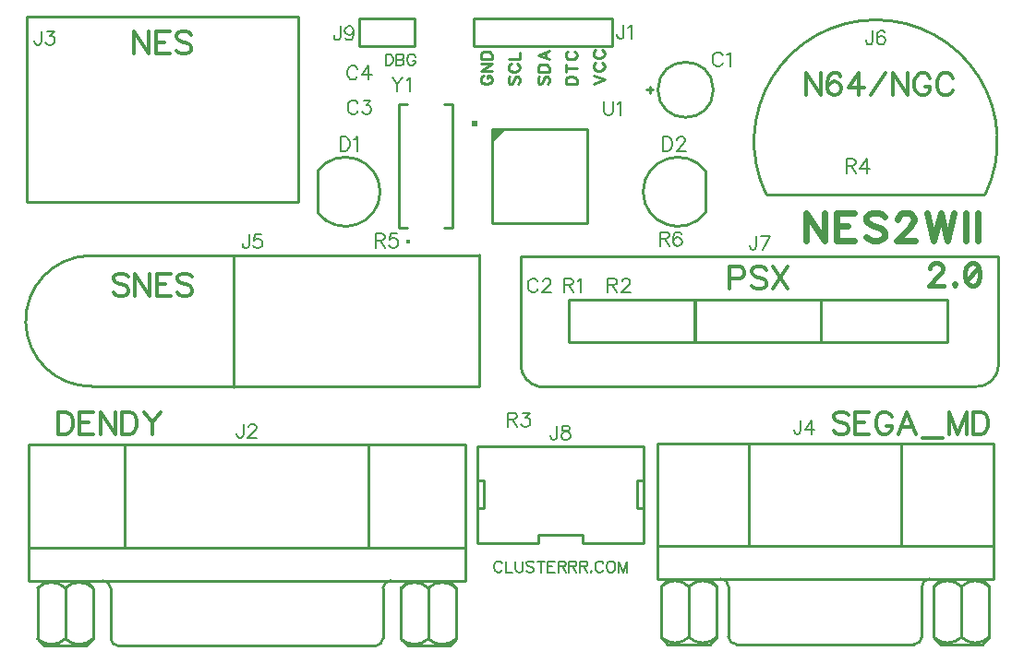
<source format=gbr>
G04 DipTrace 3.1.0.0*
G04 TopSilk.gbr*
%MOIN*%
G04 #@! TF.FileFunction,Legend,Top*
G04 #@! TF.Part,Single*
%ADD10C,0.009843*%
%ADD31C,0.023646*%
%ADD34C,0.015491*%
%ADD82C,0.00772*%
%ADD83C,0.012351*%
%ADD84C,0.008749*%
%ADD85C,0.006176*%
%ADD86C,0.021872*%
%ADD87C,0.017498*%
%FSLAX26Y26*%
G04*
G70*
G90*
G75*
G01*
G04 TopSilk*
%LPD*%
X2654405Y2175580D2*
D10*
Y2199220D1*
X2642586Y2187400D2*
X2666199D1*
X2684351D2*
G02X2684351Y2187400I99965J0D01*
G01*
X1456207Y1743763D2*
Y1893639D1*
X1456432Y1743463D2*
G03X1456432Y1893939I99796J75238D01*
G01*
X2856194Y1893639D2*
Y1743763D1*
X2855969Y1893939D2*
G03X2855969Y1743463I-99796J-75238D01*
G01*
X2018679Y2443702D2*
X2518723D1*
Y2343701D1*
X2018679D1*
Y2443702D1*
X1855377Y202706D2*
G02X1756164Y202706I-49606J50105D01*
G01*
X1956164D2*
G02X1855377Y202706I-50394J52051D01*
G01*
Y386287D2*
G02X1956164Y386287I50394J-52051D01*
G01*
X1756164D2*
G02X1855377Y386287I49606J-50105D01*
G01*
X545140Y202706D2*
G02X444353Y202706I-50394J52051D01*
G01*
X644353D2*
G02X545140Y202706I-49606J50105D01*
G01*
Y386287D2*
G02X644353Y386287I49606J-50105D01*
G01*
X444353D2*
G02X545140Y386287I50394J-52051D01*
G01*
X735692Y177209D2*
G02X708920Y204891I358J27132D01*
G01*
X1691597D2*
G02X1664825Y177209I-27129J-550D01*
G01*
X680573Y413241D2*
G02X708920Y385558I-1548J-29939D01*
G01*
X1691597D2*
G02X1719944Y413241I29894J-2256D01*
G01*
X1756164Y386287D2*
X1781361Y411056D1*
X1756164Y386287D2*
Y202706D1*
Y201977D2*
X1781361Y177209D1*
X1930967D1*
X1956164Y201977D1*
Y252244D2*
Y244230D1*
Y386287D2*
Y202706D1*
X1930967Y411056D2*
X1956164Y386287D1*
X1855377D2*
Y202706D1*
X444353Y386287D2*
X469550Y411056D1*
X444353Y386287D2*
Y202706D1*
Y201977D2*
X469550Y177209D1*
X619156D1*
X644353Y201977D1*
Y252244D2*
Y244230D1*
Y386287D2*
Y202706D1*
X619156Y411056D2*
X644353Y386287D1*
X545140D2*
Y202706D1*
X1987660Y905705D2*
Y413241D1*
X412857Y905705D2*
Y413241D1*
X1691597Y385558D2*
Y204891D1*
X708920Y385558D2*
Y204891D1*
X735692Y177209D2*
X1664825D1*
X412857Y905705D2*
X1987660D1*
X1639629D2*
Y531258D1*
X412857Y413241D2*
X1987660D1*
X760888Y905705D2*
Y531258D1*
X412857D2*
X1987660D1*
X405512Y2451772D2*
X1385827D1*
Y1782480D1*
X405512D1*
Y2451772D1*
X3664106Y419023D2*
G03X3637429Y391493I-622J-26088D01*
G01*
X3609539Y182842D2*
G03X3637429Y210373I-204J28099D01*
G01*
X2938972Y391493D2*
G03X2912295Y419023I-26055J1442D01*
G01*
X2938972Y210373D2*
G03X2966862Y182842I28094J569D01*
G01*
X3780516Y208199D2*
G03X3879949Y208199I49717J50781D01*
G01*
X3679870D2*
G03X3780516Y208199I50323J52267D01*
G01*
Y391493D2*
G03X3679870Y391493I-50323J-49753D01*
G01*
X3879949D2*
G03X3780516Y391493I-49717J-48318D01*
G01*
X2795886Y208199D2*
G03X2896531Y208199I50323J52267D01*
G01*
X2696453D2*
G03X2795886Y208199I49717J50781D01*
G01*
Y391493D2*
G03X2696453Y391493I-49717J-48318D01*
G01*
X2896531D2*
G03X2795886Y391493I-50323J-49753D01*
G01*
X2681902Y537114D2*
X3894500D1*
X2681902Y419023D2*
Y907324D1*
X3894500Y419023D2*
Y907324D1*
X2966862Y182842D2*
X3609539D1*
X2681902Y907324D2*
X3894500D1*
X3012941Y537114D2*
Y907324D1*
X2681902Y419023D2*
X3894500D1*
X3563461Y537114D2*
Y907324D1*
X3637429Y210373D2*
Y391493D1*
X2938972Y210373D2*
Y391493D1*
X3855697Y416850D2*
X3879949Y391493D1*
Y208199D2*
Y391493D1*
X3855697Y182842D2*
X3879949Y208199D1*
X3705335Y182842D2*
X3855697D1*
X3679870Y208199D2*
X3705335Y182842D1*
X3679870Y250219D2*
Y258188D1*
Y208199D2*
Y391493D1*
X3705335Y416850D1*
X3780516Y208199D2*
Y391493D1*
X2871067Y416850D2*
X2896531Y391493D1*
Y208199D2*
Y391493D1*
X2871067Y182842D2*
X2896531Y208199D1*
X2720705Y182842D2*
X2871067D1*
X2696453Y208199D2*
X2720705Y182842D1*
X2696453Y250219D2*
Y258188D1*
Y208199D2*
Y391493D1*
X2720705Y416850D1*
X2795886Y208199D2*
Y391493D1*
X1154074Y1587794D2*
Y1111417D1*
X630544Y1587794D2*
G03X642334Y1115356I7860J-236170D01*
G01*
X630544Y1587794D2*
X2039671D1*
Y1591732D2*
Y1119294D1*
X638404Y1115356D2*
X2039671D1*
X3074971Y1810043D2*
X3862414D1*
X3074971D2*
G02X3866368Y1810043I395698J190755D01*
G01*
X2189059Y1192390D2*
G03X2255139Y1114438I82017J2543D01*
G01*
X3271873Y1428889D2*
X3728740D1*
Y1275582D1*
X3271873D1*
Y1428889D1*
X2815180D2*
X3271873D1*
Y1275582D1*
X2815180D1*
Y1428889D1*
X2362282D2*
X2819148D1*
Y1275582D1*
X2362282D1*
Y1428889D1*
X2189059Y1586209D2*
Y1193004D1*
Y1586209D2*
X3913867D1*
Y1193004D1*
X2256002Y1114344D2*
X3831224D1*
X3914385Y1192626D2*
G02X3831224Y1114155I-79650J1110D01*
G01*
X2057216Y674850D2*
X2032436D1*
X2057216Y774950D2*
Y674850D1*
Y774950D2*
X2032436D1*
X2632436Y674850D2*
X2607656D1*
Y774950D2*
Y674850D1*
X2632436Y774950D2*
X2607656D1*
X2032436Y899900D2*
Y549900D1*
X2632436Y899900D2*
Y549900D1*
Y899900D2*
X2032436D1*
X2252456Y580000D2*
Y549900D1*
X2412416Y580000D2*
X2252456D1*
X2412416D2*
Y549900D1*
X2252456D2*
X2032436D1*
X2632436D2*
X2412416D1*
X1606321Y2443916D2*
X1806345D1*
Y2343911D1*
X1606321D1*
Y2443916D1*
X2086199Y2046136D2*
X2428672D1*
Y1703664D1*
X2086199D1*
Y2046136D1*
D31*
X2021213Y2063884D3*
G36*
X2086979Y2044577D2*
X2124344Y2043798D1*
X2086979Y2044577D1*
G37*
G36*
X2092072Y2048111D2*
X2139311D1*
X2084225Y1993025D1*
X2092072Y2048111D1*
G37*
D34*
X1783425Y1638886D3*
X1777995Y1687991D2*
D10*
X1748479D1*
X1941392Y2136810D2*
X1911877D1*
X1941392Y1687991D2*
Y2136810D1*
Y1687991D2*
X1911877D1*
X1777995Y2136810D2*
X1748479D1*
Y1687991D2*
Y2136810D1*
X2917652Y2311185D2*
D82*
X2915275Y2315938D1*
X2910467Y2320747D1*
X2905713Y2323123D1*
X2896152D1*
X2891343Y2320747D1*
X2886590Y2315938D1*
X2884158Y2311185D1*
X2881782Y2304000D1*
Y2292007D1*
X2884158Y2284877D1*
X2886590Y2280068D1*
X2891343Y2275315D1*
X2896152Y2272883D1*
X2905713D1*
X2910467Y2275315D1*
X2915275Y2280068D1*
X2917652Y2284877D1*
X2933091Y2313506D2*
X2937899Y2315938D1*
X2945084Y2323068D1*
Y2272883D1*
X2250904Y1493714D2*
X2248528Y1498467D1*
X2243719Y1503276D1*
X2238966Y1505652D1*
X2229405D1*
X2224596Y1503276D1*
X2219843Y1498467D1*
X2217411Y1493714D1*
X2215034Y1486529D1*
Y1474535D1*
X2217411Y1467406D1*
X2219843Y1462597D1*
X2224596Y1457844D1*
X2229405Y1455412D1*
X2238966D1*
X2243719Y1457844D1*
X2248528Y1462597D1*
X2250904Y1467406D1*
X2268775Y1493659D2*
Y1496035D1*
X2271152Y1500844D1*
X2273529Y1503220D1*
X2278337Y1505597D1*
X2287899D1*
X2292652Y1503220D1*
X2295029Y1500844D1*
X2297460Y1496035D1*
Y1491282D1*
X2295029Y1486474D1*
X2290275Y1479344D1*
X2266344Y1455412D1*
X2299837D1*
X1600904Y2137465D2*
X1598528Y2142218D1*
X1593719Y2147026D1*
X1588966Y2149403D1*
X1579405D1*
X1574596Y2147026D1*
X1569843Y2142218D1*
X1567411Y2137465D1*
X1565034Y2130280D1*
Y2118286D1*
X1567411Y2111156D1*
X1569843Y2106348D1*
X1574596Y2101595D1*
X1579405Y2099163D1*
X1588966D1*
X1593719Y2101595D1*
X1598528Y2106348D1*
X1600904Y2111156D1*
X1621152Y2149348D2*
X1647405D1*
X1633090Y2130224D1*
X1640275D1*
X1645029Y2127848D1*
X1647405Y2125471D1*
X1649837Y2118286D1*
Y2113533D1*
X1647405Y2106348D1*
X1642652Y2101539D1*
X1635467Y2099163D1*
X1628282D1*
X1621152Y2101539D1*
X1618775Y2103971D1*
X1616344Y2108724D1*
X1599716Y2262465D2*
X1597339Y2267218D1*
X1592531Y2272026D1*
X1587778Y2274403D1*
X1578216D1*
X1573408Y2272026D1*
X1568655Y2267218D1*
X1566223Y2262465D1*
X1563846Y2255280D1*
Y2243286D1*
X1566223Y2236156D1*
X1568655Y2231348D1*
X1573408Y2226595D1*
X1578216Y2224163D1*
X1587778D1*
X1592531Y2226595D1*
X1597339Y2231348D1*
X1599716Y2236156D1*
X1639087Y2224163D2*
Y2274348D1*
X1615155Y2240910D1*
X1651025D1*
X1538244Y2016903D2*
Y1966663D1*
X1554991D1*
X1562176Y1969095D1*
X1566984Y1973848D1*
X1569361Y1978657D1*
X1571738Y1985787D1*
Y1997780D1*
X1569361Y2004965D1*
X1566984Y2009718D1*
X1562176Y2014527D1*
X1554991Y2016903D1*
X1538244D1*
X1587177Y2007286D2*
X1591985Y2009718D1*
X1599170Y2016848D1*
Y1966663D1*
X2702481Y2016903D2*
Y1966663D1*
X2719228D1*
X2726413Y1969095D1*
X2731221Y1973848D1*
X2733598Y1978657D1*
X2735975Y1985787D1*
Y1997780D1*
X2733598Y2004965D1*
X2731221Y2009718D1*
X2726413Y2014527D1*
X2719228Y2016903D1*
X2702481D1*
X2753846Y2004910D2*
Y2007286D1*
X2756222Y2012095D1*
X2758599Y2014471D1*
X2763407Y2016848D1*
X2772969D1*
X2777722Y2014471D1*
X2780099Y2012095D1*
X2782531Y2007286D1*
Y2002533D1*
X2780099Y1997725D1*
X2775346Y1990595D1*
X2751414Y1966663D1*
X2784907D1*
X2560686Y2421840D2*
Y2383593D1*
X2558310Y2376408D1*
X2555878Y2374032D1*
X2551125Y2371600D1*
X2546316D1*
X2541563Y2374032D1*
X2539187Y2376408D1*
X2536755Y2383593D1*
Y2388347D1*
X2576126Y2412223D2*
X2580934Y2414655D1*
X2588119Y2421785D1*
Y2371600D1*
X1187758Y978928D2*
Y940681D1*
X1185382Y933496D1*
X1182950Y931120D1*
X1178196Y928688D1*
X1173388D1*
X1168635Y931120D1*
X1166258Y933496D1*
X1163826Y940681D1*
Y945434D1*
X1205629Y966934D2*
Y969311D1*
X1208006Y974119D1*
X1210382Y976496D1*
X1215191Y978872D1*
X1224752D1*
X1229506Y976496D1*
X1231882Y974119D1*
X1234314Y969311D1*
Y964558D1*
X1231882Y959749D1*
X1227129Y952619D1*
X1203197Y928688D1*
X1236691D1*
X458169Y2399995D2*
Y2361748D1*
X455792Y2354563D1*
X453360Y2352187D1*
X448607Y2349755D1*
X443799D1*
X439046Y2352187D1*
X436669Y2354563D1*
X434237Y2361748D1*
Y2366501D1*
X478417Y2399939D2*
X504670D1*
X490355Y2380816D1*
X497540D1*
X502293Y2378440D1*
X504670Y2376063D1*
X507101Y2368878D1*
Y2364125D1*
X504670Y2356940D1*
X499916Y2352131D1*
X492731Y2349755D1*
X485546D1*
X478417Y2352131D1*
X476040Y2354563D1*
X473608Y2359316D1*
X3199512Y993047D2*
Y954800D1*
X3197135Y947615D1*
X3194704Y945239D1*
X3189950Y942807D1*
X3185142D1*
X3180389Y945239D1*
X3178012Y947615D1*
X3175580Y954800D1*
Y959554D1*
X3238883Y942807D2*
Y992992D1*
X3214951Y959554D1*
X3250821D1*
X1208387Y1664955D2*
Y1626709D1*
X1206010Y1619524D1*
X1203578Y1617147D1*
X1198825Y1614715D1*
X1194017D1*
X1189263Y1617147D1*
X1186887Y1619524D1*
X1184455Y1626709D1*
Y1631462D1*
X1252511Y1664900D2*
X1228634D1*
X1226258Y1643400D1*
X1228634Y1645777D1*
X1235819Y1648209D1*
X1242949D1*
X1250134Y1645777D1*
X1254943Y1641024D1*
X1257319Y1633839D1*
Y1629085D1*
X1254943Y1621900D1*
X1250134Y1617092D1*
X1242949Y1614715D1*
X1235819D1*
X1228634Y1617092D1*
X1226258Y1619524D1*
X1223826Y1624277D1*
X3459385Y2400798D2*
Y2362552D1*
X3457008Y2355366D1*
X3454576Y2352990D1*
X3449823Y2350558D1*
X3445015D1*
X3440262Y2352990D1*
X3437885Y2355366D1*
X3435453Y2362552D1*
Y2367305D1*
X3503509Y2393613D2*
X3501132Y2398366D1*
X3493947Y2400743D1*
X3489194D1*
X3482009Y2398366D1*
X3477201Y2391181D1*
X3474824Y2379243D1*
Y2367305D1*
X3477201Y2357743D1*
X3482009Y2352935D1*
X3489194Y2350558D1*
X3491571D1*
X3498700Y2352935D1*
X3503509Y2357743D1*
X3505886Y2364928D1*
Y2367305D1*
X3503509Y2374490D1*
X3498700Y2379243D1*
X3491571Y2381620D1*
X3489194D1*
X3482009Y2379243D1*
X3477201Y2374490D1*
X3474824Y2367305D1*
X3039225Y1659432D2*
Y1621185D1*
X3036849Y1614000D1*
X3034417Y1611624D1*
X3029664Y1609192D1*
X3024855D1*
X3020102Y1611624D1*
X3017725Y1614000D1*
X3015294Y1621185D1*
Y1625938D1*
X3064226Y1609192D2*
X3088158Y1659376D1*
X3054665D1*
X2319963Y973123D2*
Y934877D1*
X2317586Y927692D1*
X2315154Y925315D1*
X2310401Y922883D1*
X2305593D1*
X2300840Y925315D1*
X2298463Y927692D1*
X2296031Y934877D1*
Y939630D1*
X2347340Y973068D2*
X2340211Y970691D1*
X2337779Y965938D1*
Y961130D1*
X2340211Y956377D1*
X2344964Y953945D1*
X2354525Y951568D1*
X2361710Y949192D1*
X2366464Y944383D1*
X2368840Y939630D1*
Y932445D1*
X2366464Y927692D1*
X2364087Y925260D1*
X2356902Y922883D1*
X2347340D1*
X2340211Y925260D1*
X2337779Y927692D1*
X2335402Y932445D1*
Y939630D1*
X2337779Y944383D1*
X2342587Y949192D1*
X2349717Y951568D1*
X2359279Y953945D1*
X2364087Y956377D1*
X2366464Y961130D1*
Y965938D1*
X2364087Y970691D1*
X2356902Y973068D1*
X2347340D1*
X1538755Y2417118D2*
Y2378872D1*
X1536378Y2371687D1*
X1533946Y2369310D1*
X1529193Y2366878D1*
X1524385D1*
X1519632Y2369310D1*
X1517255Y2371687D1*
X1514823Y2378872D1*
Y2383625D1*
X1585311Y2400371D2*
X1582879Y2393186D1*
X1578126Y2388378D1*
X1570941Y2386001D1*
X1568564D1*
X1561379Y2388378D1*
X1556626Y2393186D1*
X1554194Y2400371D1*
Y2402748D1*
X1556626Y2409933D1*
X1561379Y2414686D1*
X1568564Y2417063D1*
X1570941D1*
X1578126Y2414686D1*
X1582879Y2409933D1*
X1585311Y2400371D1*
Y2388378D1*
X1582879Y2376440D1*
X1578126Y2369255D1*
X1570941Y2366878D1*
X1566188D1*
X1559002Y2369255D1*
X1556626Y2374063D1*
X2345721Y1481721D2*
X2367221D1*
X2374406Y1484152D1*
X2376837Y1486529D1*
X2379214Y1491282D1*
Y1496091D1*
X2376837Y1500844D1*
X2374406Y1503276D1*
X2367221Y1505652D1*
X2345721D1*
Y1455412D1*
X2362467Y1481721D2*
X2379214Y1455412D1*
X2394653Y1496035D2*
X2399462Y1498467D1*
X2406647Y1505597D1*
Y1455412D1*
X2503723Y1481721D2*
X2525223D1*
X2532408Y1484152D1*
X2534839Y1486529D1*
X2537216Y1491282D1*
Y1496091D1*
X2534839Y1500844D1*
X2532408Y1503276D1*
X2525223Y1505652D1*
X2503723D1*
Y1455412D1*
X2520469Y1481721D2*
X2537216Y1455412D1*
X2555087Y1493659D2*
Y1496035D1*
X2557464Y1500844D1*
X2559840Y1503220D1*
X2564649Y1505597D1*
X2574210D1*
X2578964Y1503220D1*
X2581340Y1500844D1*
X2583772Y1496035D1*
Y1491282D1*
X2581340Y1486474D1*
X2576587Y1479344D1*
X2552655Y1455412D1*
X2586149D1*
X2141223Y995441D2*
X2162723D1*
X2169908Y997873D1*
X2172339Y1000249D1*
X2174716Y1005003D1*
Y1009811D1*
X2172339Y1014564D1*
X2169908Y1016996D1*
X2162723Y1019373D1*
X2141223D1*
Y969133D1*
X2157969Y995441D2*
X2174716Y969133D1*
X2194964Y1019317D2*
X2221217D1*
X2206902Y1000194D1*
X2214087D1*
X2218840Y997818D1*
X2221217Y995441D1*
X2223649Y988256D1*
Y983503D1*
X2221217Y976318D1*
X2216464Y971509D1*
X2209279Y969133D1*
X2202094D1*
X2194964Y971509D1*
X2192587Y973941D1*
X2190155Y978694D1*
X3365034Y1912971D2*
X3386534D1*
X3393719Y1915403D1*
X3396151Y1917780D1*
X3398528Y1922533D1*
Y1927341D1*
X3396151Y1932094D1*
X3393719Y1934526D1*
X3386534Y1936903D1*
X3365034D1*
Y1886663D1*
X3381781Y1912971D2*
X3398528Y1886663D1*
X3437899D2*
Y1936848D1*
X3413967Y1903410D1*
X3449837D1*
X1664299Y1642992D2*
X1685799D1*
X1692984Y1645424D1*
X1695416Y1647801D1*
X1697792Y1652554D1*
Y1657362D1*
X1695416Y1662115D1*
X1692984Y1664547D1*
X1685799Y1666924D1*
X1664299D1*
Y1616684D1*
X1681046Y1642992D2*
X1697792Y1616684D1*
X1741916Y1666869D2*
X1718040D1*
X1715663Y1645369D1*
X1718040Y1647745D1*
X1725225Y1650177D1*
X1732355D1*
X1739540Y1647745D1*
X1744348Y1642992D1*
X1746725Y1635807D1*
Y1631054D1*
X1744348Y1623869D1*
X1739540Y1619060D1*
X1732355Y1616684D1*
X1725225D1*
X1718040Y1619060D1*
X1715663Y1621492D1*
X1713231Y1626245D1*
X2691159Y1649192D2*
X2712659D1*
X2719844Y1651623D1*
X2722276Y1654000D1*
X2724652Y1658753D1*
Y1663562D1*
X2722276Y1668315D1*
X2719844Y1670747D1*
X2712659Y1673123D1*
X2691159D1*
Y1622883D1*
X2707906Y1649192D2*
X2724652Y1622883D1*
X2768777Y1665938D2*
X2766400Y1670691D1*
X2759215Y1673068D1*
X2754462D1*
X2747277Y1670691D1*
X2742468Y1663506D1*
X2740092Y1651568D1*
Y1639630D1*
X2742468Y1630068D1*
X2747277Y1625260D1*
X2754462Y1622883D1*
X2756838D1*
X2763968Y1625260D1*
X2768777Y1630068D1*
X2771153Y1637253D1*
Y1639630D1*
X2768777Y1646815D1*
X2763968Y1651568D1*
X2756838Y1653945D1*
X2754462D1*
X2747277Y1651568D1*
X2742468Y1646815D1*
X2740092Y1639630D1*
X2489473Y2145466D2*
Y2109596D1*
X2491849Y2102411D1*
X2496658Y2097658D1*
X2503843Y2095226D1*
X2508596D1*
X2515781Y2097658D1*
X2520589Y2102411D1*
X2522966Y2109596D1*
Y2145466D1*
X2538405Y2135849D2*
X2543214Y2138281D1*
X2550399Y2145411D1*
Y2095226D1*
X1724596Y2230899D2*
X1743719Y2206967D1*
Y2180659D1*
X1762843Y2230899D2*
X1743719Y2206967D1*
X1778282Y2221282D2*
X1783090Y2223714D1*
X1790275Y2230844D1*
Y2180659D1*
X847290Y2397743D2*
D83*
Y2317359D1*
X793701Y2397743D1*
Y2317359D1*
X921691Y2397743D2*
X871993D1*
Y2317359D1*
X921691D1*
X871993Y2359452D2*
X902590D1*
X999983Y2386247D2*
X992378Y2393940D1*
X980882Y2397743D1*
X965584D1*
X954087Y2393940D1*
X946394Y2386247D1*
Y2378642D1*
X950285Y2370948D1*
X954087Y2367146D1*
X961693Y2363343D1*
X984685Y2355649D1*
X992378Y2351847D1*
X996181Y2347956D1*
X999983Y2340351D1*
Y2328855D1*
X992378Y2321250D1*
X980882Y2317359D1*
X965584D1*
X954087Y2321250D1*
X946394Y2328855D1*
X3272290Y2247743D2*
Y2167359D1*
X3218701Y2247743D1*
Y2167359D1*
X3342889Y2236247D2*
X3339086Y2243852D1*
X3327590Y2247654D1*
X3319985D1*
X3308489Y2243852D1*
X3300795Y2232356D1*
X3296993Y2213255D1*
Y2194153D1*
X3300795Y2178855D1*
X3308489Y2171161D1*
X3319985Y2167359D1*
X3323787D1*
X3335195Y2171161D1*
X3342889Y2178855D1*
X3346691Y2190351D1*
Y2194153D1*
X3342889Y2205649D1*
X3335195Y2213255D1*
X3323787Y2217057D1*
X3319985D1*
X3308489Y2213255D1*
X3300795Y2205649D1*
X3296993Y2194153D1*
X3409685Y2167359D2*
Y2247654D1*
X3371394Y2194153D1*
X3428786D1*
X3453489Y2167359D2*
X3507078Y2247654D1*
X3585370Y2247743D2*
Y2167359D1*
X3531781Y2247743D1*
Y2167359D1*
X3667465Y2228642D2*
X3663662Y2236247D1*
X3655969Y2243940D1*
X3648364Y2247743D1*
X3633065D1*
X3625371Y2243940D1*
X3617766Y2236247D1*
X3613875Y2228642D1*
X3610073Y2217146D1*
Y2197956D1*
X3613875Y2186548D1*
X3617766Y2178855D1*
X3625371Y2171250D1*
X3633065Y2167359D1*
X3648364D1*
X3655969Y2171250D1*
X3663662Y2178855D1*
X3667465Y2186548D1*
Y2197956D1*
X3648364D1*
X3749559Y2228642D2*
X3745757Y2236247D1*
X3738063Y2243940D1*
X3730458Y2247743D1*
X3715160D1*
X3707466Y2243940D1*
X3699861Y2236247D1*
X3695970Y2228642D1*
X3692168Y2217146D1*
Y2197956D1*
X3695970Y2186548D1*
X3699861Y2178855D1*
X3707466Y2171250D1*
X3715160Y2167359D1*
X3730458D1*
X3738063Y2171250D1*
X3745757Y2178855D1*
X3749559Y2186548D1*
X772290Y1511247D2*
X764685Y1518940D1*
X753189Y1522743D1*
X737890D1*
X726394Y1518940D1*
X718701Y1511247D1*
Y1503642D1*
X722592Y1495948D1*
X726394Y1492146D1*
X733999Y1488343D1*
X756991Y1480649D1*
X764685Y1476847D1*
X768487Y1472956D1*
X772290Y1465351D1*
Y1453855D1*
X764685Y1446250D1*
X753189Y1442359D1*
X737890D1*
X726394Y1446250D1*
X718701Y1453855D1*
X850582Y1522743D2*
Y1442359D1*
X796993Y1522743D1*
Y1442359D1*
X924983Y1522743D2*
X875285D1*
Y1442359D1*
X924983D1*
X875285Y1484452D2*
X905882D1*
X1003275Y1511247D2*
X995670Y1518940D1*
X984174Y1522743D1*
X968876D1*
X957380Y1518940D1*
X949686Y1511247D1*
Y1503642D1*
X953577Y1495948D1*
X957380Y1492146D1*
X964985Y1488343D1*
X987977Y1480649D1*
X995670Y1476847D1*
X999473Y1472956D1*
X1003275Y1465351D1*
Y1453855D1*
X995670Y1446250D1*
X984174Y1442359D1*
X968876D1*
X957380Y1446250D1*
X949686Y1453855D1*
X2943701Y1505649D2*
X2978189D1*
X2989596Y1509452D1*
X2993487Y1513343D1*
X2997290Y1520948D1*
Y1532444D1*
X2993487Y1540049D1*
X2989596Y1543940D1*
X2978189Y1547743D1*
X2943701D1*
Y1467359D1*
X3075582Y1536247D2*
X3067977Y1543940D1*
X3056481Y1547743D1*
X3041182D1*
X3029686Y1543940D1*
X3021993Y1536247D1*
Y1528642D1*
X3025884Y1520948D1*
X3029686Y1517146D1*
X3037291Y1513343D1*
X3060284Y1505649D1*
X3067977Y1501847D1*
X3071780Y1497956D1*
X3075582Y1490351D1*
Y1478855D1*
X3067977Y1471250D1*
X3056481Y1467359D1*
X3041182D1*
X3029686Y1471250D1*
X3021993Y1478855D1*
X3100285Y1547743D2*
X3153874Y1467359D1*
Y1547743D2*
X3100285Y1467359D1*
X3372290Y1011247D2*
X3364685Y1018940D1*
X3353189Y1022743D1*
X3337890D1*
X3326394Y1018940D1*
X3318701Y1011247D1*
Y1003642D1*
X3322592Y995948D1*
X3326394Y992146D1*
X3333999Y988343D1*
X3356991Y980649D1*
X3364685Y976847D1*
X3368487Y972956D1*
X3372290Y965351D1*
Y953855D1*
X3364685Y946250D1*
X3353189Y942359D1*
X3337890D1*
X3326394Y946250D1*
X3318701Y953855D1*
X3446691Y1022743D2*
X3396993D1*
Y942359D1*
X3446691D1*
X3396993Y984452D2*
X3427590D1*
X3528786Y1003642D2*
X3524983Y1011247D1*
X3517290Y1018940D1*
X3509685Y1022743D1*
X3494386D1*
X3486693Y1018940D1*
X3479087Y1011247D1*
X3475196Y1003642D1*
X3471394Y992146D1*
Y972956D1*
X3475196Y961548D1*
X3479087Y953855D1*
X3486693Y946250D1*
X3494386Y942359D1*
X3509685D1*
X3517290Y946250D1*
X3524983Y953855D1*
X3528786Y961548D1*
Y972956D1*
X3509685D1*
X3614771Y942359D2*
X3584086Y1022743D1*
X3553489Y942359D1*
X3564985Y969153D2*
X3603275D1*
X3639474Y929094D2*
X3712165D1*
X3798062Y942359D2*
Y1022743D1*
X3767465Y942359D1*
X3736868Y1022743D1*
Y942359D1*
X3822765Y1022743D2*
Y942359D1*
X3849559D1*
X3861055Y946250D1*
X3868749Y953855D1*
X3872552Y961548D1*
X3876354Y972956D1*
Y992146D1*
X3872552Y1003642D1*
X3868749Y1011247D1*
X3861055Y1018940D1*
X3849559Y1022743D1*
X3822765D1*
X518701D2*
Y942359D1*
X545495D1*
X556991Y946250D1*
X564685Y953855D1*
X568487Y961548D1*
X572290Y972956D1*
Y992146D1*
X568487Y1003642D1*
X564685Y1011247D1*
X556991Y1018940D1*
X545495Y1022743D1*
X518701D1*
X646691D2*
X596993D1*
Y942359D1*
X646691D1*
X596993Y984452D2*
X627590D1*
X724983Y1022743D2*
Y942359D1*
X671394Y1022743D1*
Y942359D1*
X749686Y1022743D2*
Y942359D1*
X776481D1*
X787977Y946250D1*
X795670Y953855D1*
X799473Y961548D1*
X803275Y972956D1*
Y992146D1*
X799473Y1003642D1*
X795670Y1011247D1*
X787977Y1018940D1*
X776481Y1022743D1*
X749686D1*
X827978D2*
X858575Y984452D1*
Y942359D1*
X889173Y1022743D2*
X858575Y984452D1*
X2054286Y2237204D2*
D84*
X2050484Y2235303D1*
X2046637Y2231456D1*
X2044735Y2227654D1*
Y2220005D1*
X2046637Y2216158D1*
X2050483Y2212355D1*
X2054286Y2210410D1*
X2060034Y2208508D1*
X2069629D1*
X2075333Y2210410D1*
X2079179Y2212355D1*
X2082982Y2216158D1*
X2084928Y2220004D1*
Y2227654D1*
X2082982Y2231456D1*
X2079179Y2235303D1*
X2075333Y2237204D1*
X2069629D1*
Y2227654D1*
X2044736Y2281497D2*
X2084927D1*
X2044736Y2254702D1*
X2084927D1*
X2044736Y2298995D2*
X2084927D1*
Y2312392D1*
X2082982Y2318140D1*
X2079179Y2321987D1*
X2075333Y2323888D1*
X2069629Y2325789D1*
X2060034D1*
X2054286Y2323888D1*
X2050484Y2321987D1*
X2046637Y2318140D1*
X2044736Y2312392D1*
Y2298995D1*
X2150478Y2235303D2*
X2146632Y2231501D1*
X2144730Y2225753D1*
Y2218103D1*
X2146631Y2212355D1*
X2150478Y2208508D1*
X2154281D1*
X2158128Y2210454D1*
X2160029Y2212355D1*
X2161930Y2216158D1*
X2165777Y2227654D1*
X2167678Y2231501D1*
X2169624Y2233402D1*
X2173426Y2235303D1*
X2179174D1*
X2182977Y2231500D1*
X2184922Y2225752D1*
Y2218103D1*
X2182977Y2212355D1*
X2179174Y2208508D1*
X2154281Y2281497D2*
X2150478Y2279596D1*
X2146632Y2275749D1*
X2144730Y2271946D1*
Y2264297D1*
X2146632Y2260450D1*
X2150478Y2256648D1*
X2154281Y2254702D1*
X2160029Y2252801D1*
X2169624D1*
X2175327Y2254702D1*
X2179174Y2256648D1*
X2182977Y2260450D1*
X2184922Y2264297D1*
Y2271946D1*
X2182977Y2275749D1*
X2179174Y2279595D1*
X2175327Y2281497D1*
X2144730Y2298995D2*
X2184922D1*
Y2321942D1*
X2256724Y2235303D2*
X2252877Y2231501D1*
X2250976Y2225753D1*
Y2218103D1*
X2252877Y2212355D1*
X2256724Y2208508D1*
X2260526D1*
X2264373Y2210454D1*
X2266274Y2212355D1*
X2268176Y2216158D1*
X2272022Y2227654D1*
X2273924Y2231501D1*
X2275869Y2233402D1*
X2279672Y2235303D1*
X2285420D1*
X2289222Y2231500D1*
X2291168Y2225752D1*
Y2218103D1*
X2289222Y2212355D1*
X2285420Y2208508D1*
X2250976Y2252801D2*
X2291168D1*
Y2266198D1*
X2289222Y2271946D1*
X2285420Y2275793D1*
X2281573Y2277694D1*
X2275869Y2279595D1*
X2266274D1*
X2260526Y2277694D1*
X2256724Y2275793D1*
X2252877Y2271946D1*
X2250976Y2266198D1*
Y2252801D1*
X2291168Y2327735D2*
X2250976Y2312392D1*
X2291168Y2297093D1*
X2277770Y2302841D2*
Y2321987D1*
X2350970Y2208508D2*
X2391162D1*
Y2221906D1*
X2389217Y2227654D1*
X2385414Y2231500D1*
X2381568Y2233402D1*
X2375864Y2235303D1*
X2366269D1*
X2360521Y2233402D1*
X2356718Y2231501D1*
X2352872Y2227654D1*
X2350970Y2221906D1*
Y2208508D1*
Y2266198D2*
X2391162D1*
X2350970Y2252801D2*
Y2279596D1*
X2360521Y2325789D2*
X2356718Y2323888D1*
X2352872Y2320041D1*
X2350970Y2316239D1*
Y2308589D1*
X2352872Y2304743D1*
X2356718Y2300940D1*
X2360521Y2298995D1*
X2366269Y2297093D1*
X2375864D1*
X2381568Y2298995D1*
X2385414Y2300940D1*
X2389217Y2304743D1*
X2391162Y2308589D1*
Y2316239D1*
X2389217Y2320041D1*
X2385414Y2323888D1*
X2381568Y2325789D1*
X2450965Y2208508D2*
X2491157Y2223807D1*
X2450965Y2239106D1*
X2460516Y2285299D2*
X2456713Y2283398D1*
X2452866Y2279551D1*
X2450965Y2275749D1*
Y2268099D1*
X2452866Y2264253D1*
X2456713Y2260450D1*
X2460516Y2258505D1*
X2466264Y2256603D1*
X2475859D1*
X2481562Y2258505D1*
X2485409Y2260450D1*
X2489212Y2264253D1*
X2491157Y2268099D1*
Y2275749D1*
X2489212Y2279551D1*
X2485409Y2283398D1*
X2481562Y2285299D1*
X2460516Y2331493D2*
X2456713Y2329592D1*
X2452866Y2325745D1*
X2450965Y2321942D1*
Y2314293D1*
X2452866Y2310446D1*
X2456713Y2306644D1*
X2460516Y2304698D1*
X2466264Y2302797D1*
X2475859D1*
X2481562Y2304698D1*
X2485409Y2306644D1*
X2489212Y2310446D1*
X2491157Y2314293D1*
Y2321942D1*
X2489212Y2325745D1*
X2485409Y2329592D1*
X2481562Y2331493D1*
X2122397Y473671D2*
D85*
X2120495Y477474D1*
X2116649Y481320D1*
X2112846Y483222D1*
X2105197D1*
X2101350Y481320D1*
X2097547Y477474D1*
X2095602Y473671D1*
X2093701Y467923D1*
Y458328D1*
X2095602Y452625D1*
X2097547Y448778D1*
X2101350Y444975D1*
X2105197Y443030D1*
X2112846D1*
X2116649Y444975D1*
X2120495Y448778D1*
X2122397Y452625D1*
X2134748Y483222D2*
Y443030D1*
X2157696D1*
X2170047Y483222D2*
Y454526D1*
X2171949Y448778D1*
X2175795Y444975D1*
X2181543Y443030D1*
X2185346D1*
X2191094Y444975D1*
X2194941Y448778D1*
X2196842Y454526D1*
Y483222D1*
X2235988Y477474D2*
X2232186Y481320D1*
X2226438Y483222D1*
X2218788D1*
X2213040Y481320D1*
X2209193Y477474D1*
Y473671D1*
X2211139Y469824D1*
X2213040Y467923D1*
X2216843Y466022D1*
X2228339Y462175D1*
X2232186Y460274D1*
X2234087Y458328D1*
X2235988Y454526D1*
Y448778D1*
X2232186Y444975D1*
X2226438Y443030D1*
X2218788D1*
X2213040Y444975D1*
X2209193Y448778D1*
X2261737Y483222D2*
Y443030D1*
X2248339Y483222D2*
X2275134D1*
X2312335D2*
X2287486D1*
Y443030D1*
X2312335D1*
X2287486Y464076D2*
X2302784D1*
X2324686D2*
X2341886D1*
X2347634Y466022D1*
X2349580Y467923D1*
X2351481Y471726D1*
Y475572D1*
X2349580Y479375D1*
X2347634Y481320D1*
X2341886Y483222D1*
X2324686D1*
Y443030D1*
X2338083Y464076D2*
X2351481Y443030D1*
X2363832Y464076D2*
X2381032D1*
X2386780Y466022D1*
X2388726Y467923D1*
X2390627Y471726D1*
Y475572D1*
X2388726Y479375D1*
X2386780Y481320D1*
X2381032Y483222D1*
X2363832D1*
Y443030D1*
X2377230Y464076D2*
X2390627Y443030D1*
X2402978Y464076D2*
X2420178D1*
X2425926Y466022D1*
X2427872Y467923D1*
X2429773Y471726D1*
Y475572D1*
X2427872Y479375D1*
X2425926Y481320D1*
X2420178Y483222D1*
X2402978D1*
Y443030D1*
X2416376Y464076D2*
X2429773Y443030D1*
X2444026Y446877D2*
X2442124Y444931D1*
X2444026Y443030D1*
X2445971Y444931D1*
X2444026Y446877D1*
X2487018Y473671D2*
X2485117Y477474D1*
X2481270Y481320D1*
X2477468Y483222D1*
X2469819D1*
X2465972Y481320D1*
X2462169Y477474D1*
X2460224Y473671D1*
X2458322Y467923D1*
Y458328D1*
X2460224Y452625D1*
X2462169Y448778D1*
X2465972Y444975D1*
X2469819Y443030D1*
X2477468D1*
X2481270Y444975D1*
X2485117Y448778D1*
X2487018Y452625D1*
X2510866Y483222D2*
X2507019Y481320D1*
X2503217Y477474D1*
X2501271Y473671D1*
X2499370Y467923D1*
Y458328D1*
X2501271Y452625D1*
X2503217Y448778D1*
X2507019Y444975D1*
X2510866Y443030D1*
X2518515D1*
X2522318Y444975D1*
X2526165Y448778D1*
X2528066Y452625D1*
X2529967Y458328D1*
Y467923D1*
X2528066Y473671D1*
X2526165Y477474D1*
X2522318Y481320D1*
X2518515Y483222D1*
X2510866D1*
X2572916Y443030D2*
Y483222D1*
X2557617Y443030D1*
X2542318Y483222D1*
Y443030D1*
X3285688Y1742503D2*
D86*
Y1642023D1*
X3218701Y1742503D1*
Y1642023D1*
X3391555Y1742503D2*
X3329432D1*
Y1642023D1*
X3391555D1*
X3329432Y1694639D2*
X3367679D1*
X3502287Y1728133D2*
X3492780Y1737749D1*
X3478410Y1742503D1*
X3459287D1*
X3444917Y1737749D1*
X3435300Y1728133D1*
Y1718626D1*
X3440164Y1709009D1*
X3444917Y1704256D1*
X3454423Y1699503D1*
X3483163Y1689886D1*
X3492780Y1685133D1*
X3497533Y1680269D1*
X3502287Y1670763D1*
Y1656393D1*
X3492780Y1646886D1*
X3478410Y1642023D1*
X3459287D1*
X3444917Y1646886D1*
X3435300Y1656393D1*
X3550895Y1718516D2*
Y1723269D1*
X3555648Y1732886D1*
X3560401Y1737639D1*
X3570018Y1742392D1*
X3589141D1*
X3598648Y1737639D1*
X3603401Y1732886D1*
X3608265Y1723269D1*
Y1713762D1*
X3603401Y1704146D1*
X3593895Y1689886D1*
X3546031Y1642023D1*
X3613018D1*
X3656762Y1742503D2*
X3680749Y1642023D1*
X3704626Y1742503D1*
X3728502Y1642023D1*
X3752489Y1742503D1*
X3796234D2*
Y1642023D1*
X3839978Y1742503D2*
Y1642023D1*
X3666342Y1541053D2*
D87*
Y1544856D1*
X3670145Y1552549D1*
X3673947Y1556352D1*
X3681641Y1560155D1*
X3696939D1*
X3704544Y1556352D1*
X3708347Y1552549D1*
X3712238Y1544856D1*
Y1537251D1*
X3708347Y1529557D1*
X3700742Y1518150D1*
X3662451Y1479859D1*
X3716040D1*
X3754839Y1487553D2*
X3751036Y1483662D1*
X3754839Y1479859D1*
X3758729Y1483662D1*
X3754839Y1487553D1*
X3816717Y1560155D2*
X3805221Y1556352D1*
X3797528Y1544856D1*
X3793725Y1525755D1*
Y1514259D1*
X3797528Y1495158D1*
X3805221Y1483662D1*
X3816717Y1479859D1*
X3824322D1*
X3835818Y1483662D1*
X3843423Y1495158D1*
X3847314Y1514259D1*
Y1525755D1*
X3843423Y1544856D1*
X3835818Y1556352D1*
X3824322Y1560155D1*
X3816717D1*
X3843423Y1544856D2*
X3797528Y1495158D1*
X1701054Y2315941D2*
D85*
Y2275749D1*
X1714451D1*
X1720199Y2277694D1*
X1724046Y2281497D1*
X1725947Y2285344D1*
X1727848Y2291048D1*
Y2300642D1*
X1725947Y2306390D1*
X1724046Y2310193D1*
X1720199Y2314040D1*
X1714451Y2315941D1*
X1701054D1*
X1740200D2*
Y2275749D1*
X1757444D1*
X1763192Y2277694D1*
X1765093Y2279596D1*
X1766994Y2283398D1*
Y2289146D1*
X1765093Y2292993D1*
X1763192Y2294894D1*
X1757444Y2296796D1*
X1763192Y2298741D1*
X1765093Y2300642D1*
X1766994Y2304445D1*
Y2308292D1*
X1765093Y2312094D1*
X1763192Y2314040D1*
X1757444Y2315941D1*
X1740200D1*
Y2296796D2*
X1757444D1*
X1808042Y2306390D2*
X1806141Y2310193D1*
X1802294Y2314040D1*
X1798491Y2315941D1*
X1790842D1*
X1786995Y2314040D1*
X1783193Y2310193D1*
X1781247Y2306390D1*
X1779346Y2300642D1*
Y2291048D1*
X1781247Y2285344D1*
X1783193Y2281497D1*
X1786995Y2277694D1*
X1790842Y2275749D1*
X1798491D1*
X1802294Y2277694D1*
X1806141Y2281497D1*
X1808042Y2285344D1*
Y2291048D1*
X1798491D1*
M02*

</source>
